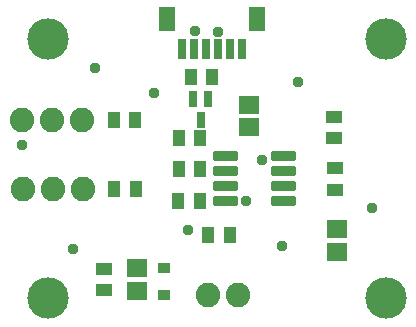
<source format=gbr>
G04 EAGLE Gerber RS-274X export*
G75*
%MOMM*%
%FSLAX34Y34*%
%LPD*%
%INSoldermask Top*%
%IPPOS*%
%AMOC8*
5,1,8,0,0,1.08239X$1,22.5*%
G01*
%ADD10R,1.703200X1.503200*%
%ADD11R,1.003200X1.403200*%
%ADD12R,1.033200X0.833200*%
%ADD13R,0.803200X1.753200*%
%ADD14R,1.403200X2.003200*%
%ADD15R,1.403200X1.003200*%
%ADD16R,0.660400X1.473200*%
%ADD17C,0.353406*%
%ADD18C,3.505200*%
%ADD19C,2.082800*%
%ADD20C,0.959600*%


D10*
X124931Y76427D03*
X124931Y95427D03*
D11*
X178764Y205822D03*
X160764Y205822D03*
X178252Y152210D03*
X160252Y152210D03*
X178773Y179491D03*
X160773Y179491D03*
D10*
X294227Y109496D03*
X294227Y128496D03*
X220178Y233931D03*
X220178Y214931D03*
D12*
X147678Y95729D03*
X147678Y72729D03*
D13*
X203613Y281201D03*
D14*
X226613Y306451D03*
D13*
X193613Y281201D03*
X183613Y281201D03*
X173613Y281201D03*
X163613Y281201D03*
D14*
X150613Y306451D03*
D13*
X213613Y281201D03*
D11*
X203475Y123675D03*
X185475Y123675D03*
D15*
X292678Y162276D03*
X292678Y180276D03*
D11*
X188662Y257887D03*
X170662Y257887D03*
D15*
X292057Y205738D03*
X292057Y223738D03*
X97210Y77311D03*
X97210Y95311D03*
D16*
X185471Y239289D03*
X172471Y239289D03*
X178971Y221001D03*
D17*
X190827Y188308D02*
X209025Y188308D01*
X190827Y188308D02*
X190827Y192806D01*
X209025Y192806D01*
X209025Y188308D01*
X209025Y191665D02*
X190827Y191665D01*
X190827Y175608D02*
X209025Y175608D01*
X190827Y175608D02*
X190827Y180106D01*
X209025Y180106D01*
X209025Y175608D01*
X209025Y178965D02*
X190827Y178965D01*
X190827Y162908D02*
X209025Y162908D01*
X190827Y162908D02*
X190827Y167406D01*
X209025Y167406D01*
X209025Y162908D01*
X209025Y166265D02*
X190827Y166265D01*
X190827Y150208D02*
X209025Y150208D01*
X190827Y150208D02*
X190827Y154706D01*
X209025Y154706D01*
X209025Y150208D01*
X209025Y153565D02*
X190827Y153565D01*
X240227Y150208D02*
X258425Y150208D01*
X240227Y150208D02*
X240227Y154706D01*
X258425Y154706D01*
X258425Y150208D01*
X258425Y153565D02*
X240227Y153565D01*
X240227Y162908D02*
X258425Y162908D01*
X240227Y162908D02*
X240227Y167406D01*
X258425Y167406D01*
X258425Y162908D01*
X258425Y166265D02*
X240227Y166265D01*
X240227Y175608D02*
X258425Y175608D01*
X240227Y175608D02*
X240227Y180106D01*
X258425Y180106D01*
X258425Y175608D01*
X258425Y178965D02*
X240227Y178965D01*
X240227Y188308D02*
X258425Y188308D01*
X240227Y188308D02*
X240227Y192806D01*
X258425Y192806D01*
X258425Y188308D01*
X258425Y191665D02*
X240227Y191665D01*
D18*
X50000Y70000D03*
X50000Y290000D03*
X335800Y290000D03*
X335800Y70000D03*
D19*
X28194Y162306D03*
X53594Y162306D03*
X78994Y162306D03*
X27940Y220980D03*
X53340Y220980D03*
X78740Y220980D03*
X185166Y72644D03*
X210566Y72644D03*
D11*
X105808Y221234D03*
X123808Y221234D03*
X106062Y162306D03*
X124062Y162306D03*
D20*
X89916Y264922D03*
X261620Y253238D03*
X70612Y112014D03*
X247650Y114554D03*
X139700Y243586D03*
X324104Y146812D03*
X27940Y199644D03*
X230632Y187452D03*
X217424Y152654D03*
X174244Y296164D03*
X193548Y295910D03*
X168148Y128016D03*
M02*

</source>
